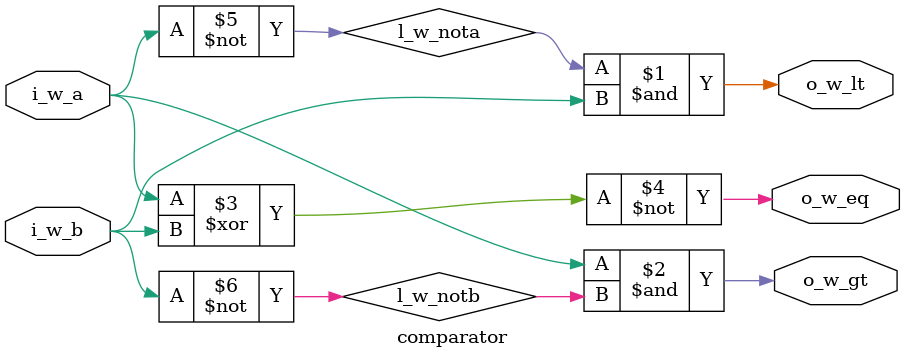
<source format=v>
module comparator(
    output wire o_w_lt,
    output wire o_w_gt,
    output wire o_w_eq,
    input wire i_w_a,
    input wire i_w_b
);

    //TODO 4.1: Implement 
    wire l_w_nota, l_w_notb;
    not (l_w_nota, i_w_a);
	not (l_w_notb, i_w_b);
	and (o_w_lt, l_w_nota, i_w_b);
	and (o_w_gt, i_w_a, l_w_notb);
	xnor (o_w_eq, i_w_a, i_w_b);

endmodule
</source>
